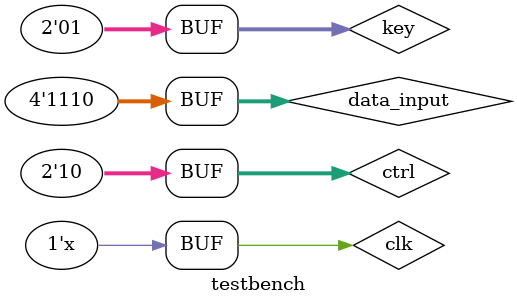
<source format=v>
module testbench;
	reg rst, clk;
	reg [1 : 0] ctrl;
	reg [1 : 0] key;
	reg [3 : 0] data_input;
 	wire [3 : 0] data_output;
	wire valid;

	associative_buffer
	#(
		.KEY_WIDTH(2),
		.DATA_WIDTH(4)
	)
	associative_buffer_instance
	(
		.rst(rst),
		.clk(clk),
		.ctrl(ctrl),
		.key(key),
		.data_input(data_input),
		.data_output(data_output),
		.valid(valid)
	);
	
	initial begin
		clk <= 1'b0;
		#10
		clk <= 1'b1;
		
		#20
		key <= 2'b01;
		data_input <= 4'b1110;
		ctrl <= 2'b01;				// LOAD (1, E)
		
		#30
		key <= 2'b01;
		ctrl <= 2'b10;				// INCR (1)
	end
	
	always @(*) begin
		#10
		clk <= ~clk;
	end
endmodule

</source>
